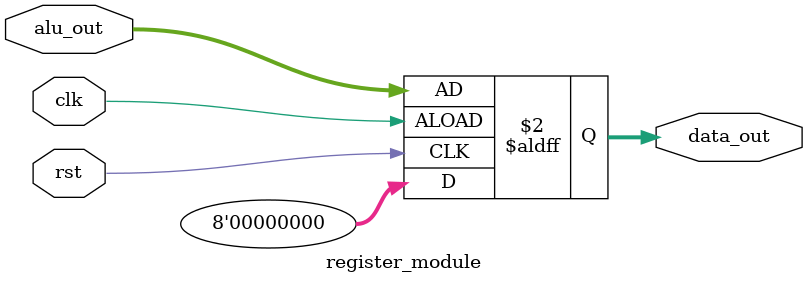
<source format=v>

module instruction_memory (a,b,opcode,alu_sel,alu_out,carry_out,clk,rst,data_out);

  
  input wire [7:0] a;       // Operand A (8 bits)
  input wire [7:0] b;       // Operand B (8 bits)
  input wire [2:0] opcode;    // ALU Operation select signal
  input wire clk; //clock pulse for the registers
  input wire rst; // reset for the registers

  output wire [2:0] alu_sel;     
  output wire[7:0] alu_out;     // Output of ALU //results

  output wire [7:0] carry_out ;  // CARRY out values
  output wire [7:0] data_out;// data stored in the registers

  // control unit instance 
  control_unit c1(opcode,alu_sel);

  // arithematic logic instance
  alu_8bit a1(a ,b ,alu_sel,alu_out,carry_out);

  //register module for saving the output
  register_module r1(clk,rst,alu_out,data_out);

    

endmodule






//control unit module
module control_unit (opcode,alu_sel);
input [2:0] opcode;
output [2:0] alu_sel;
reg [2:0] alu_sel;

    always @(opcode)
    begin
    case (opcode)
        3'b000: alu_sel = 3'b000;//addition
        3'b001: alu_sel = 3'b001;//subtraction
        3'b010: alu_sel = 3'b010;//and
        3'b011: alu_sel = 3'b011;//or
        3'b100: alu_sel = 3'b100;//exor
        3'b101: alu_sel = 3'b101;//multiplication
        3'b110: alu_sel = 3'b110;//divison
        3'b111: alu_sel = 3'b111;//comparison
        default: alu_sel = 3'b000;//addition as default
    endcase
end

endmodule





// alu module
module alu_8bit (a ,b ,alu_sel ,alu_out ,carry_out);
input [7:0] a;
    input [7:0]b;
input [2:0] alu_sel;
output  [7:0] alu_out;
output carry_out;
reg  [7:0] alu_out;
reg carry_out;
    
    always @(alu_sel) 
    begin
    case (alu_sel)
        3'b000://add
        begin
            {carry_out, alu_out} = a + b;
        end
        3'b001://sub
        begin
            {carry_out, alu_out} = a - b;
        end
        3'b010://and
        begin
            alu_out = a & b;
            carry_out = 0;
        end
        3'b011://or
        begin
            alu_out = a | b;
            carry_out = 0;
        end
        3'b100://xor
        begin
            alu_out = a ^ b;
            carry_out = 0;
        end
        3'b101://mul
        begin
            {carry_out, alu_out} = a * b;
        end
        3'b110://div
        begin
            if (b != 0) 
            begin
                alu_out = a / b;
                carry_out = 0;
            end 
            else 
            begin
                alu_out = 8'b00000000;
                carry_out = 1;
            end
        end
        3'b111://comp
        begin
            alu_out = (a == b) ? 8'b00000001 : 8'b00000000;
            carry_out = 0;
        end
        default:
        begin
            alu_out = 8'b00000000;
            carry_out = 0;
        end
    endcase
end

endmodule





module register_module (clk,rst,alu_out,data_out);
  input wire clk;
  input wire rst;
  input wire [7:0] alu_out;
  output  [7:0] data_out;
  reg  [7:0] data_out;

  
  always @(posedge clk or posedge rst) 
  begin
    if (clk )
      begin
        data_out = alu_out;
    end
    else if(rst)
      begin
        data_out = 8'b00000000;
    end
end

endmodule

</source>
